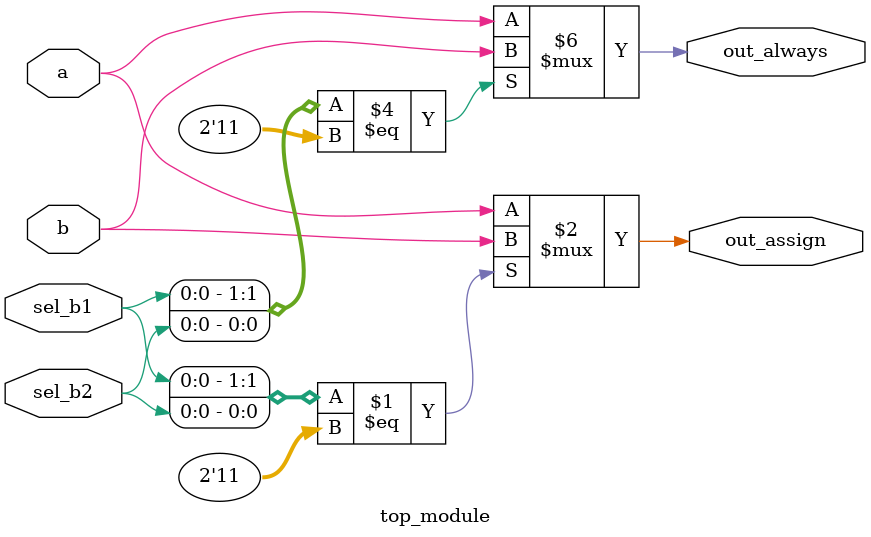
<source format=v>
module top_module(
    input a,
    input b,
    input sel_b1,
    input sel_b2,
    output wire out_assign,
    output reg out_always   ); 

    assign out_assign=({sel_b1,sel_b2}==2'b11)?b:a;

    always@(*)
        begin
            if({sel_b1,sel_b2}==2'b11)
                begin
                    out_always =b;
                end
            else 
                begin 
                    out_always=a;
                end
        end
        
endmodule

</source>
